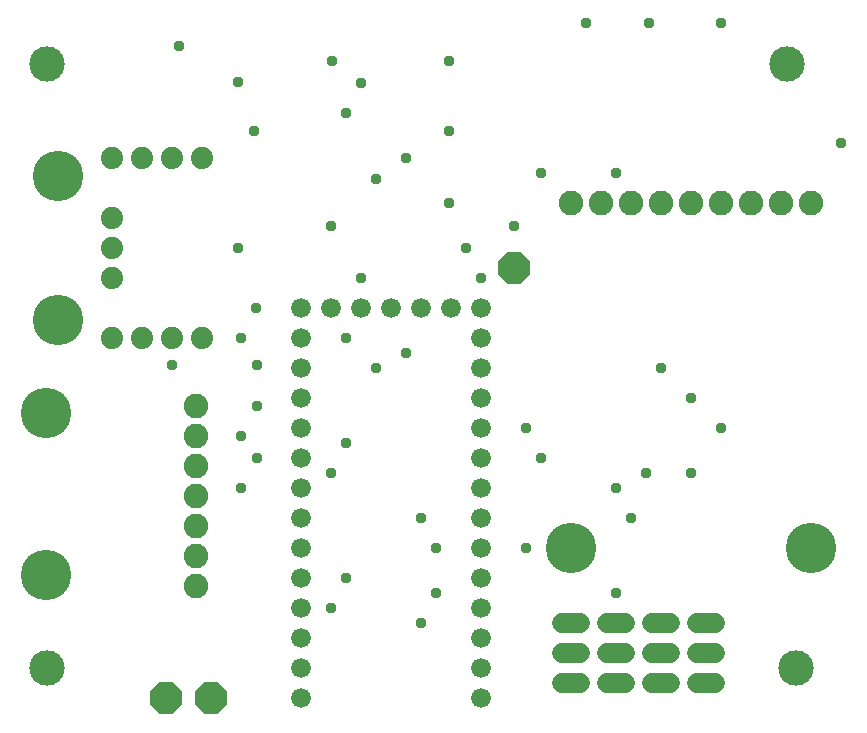
<source format=gbr>
G04 EAGLE Gerber RS-274X export*
G75*
%MOMM*%
%FSLAX34Y34*%
%LPD*%
%INSoldermask Bottom*%
%IPPOS*%
%AMOC8*
5,1,8,0,0,1.08239X$1,22.5*%
G01*
%ADD10C,3.003200*%
%ADD11C,1.727200*%
%ADD12P,2.969212X8X22.500000*%
%ADD13C,1.676400*%
%ADD14C,4.267200*%
%ADD15C,2.082800*%
%ADD16C,1.879600*%
%ADD17C,0.959600*%


D10*
X52070Y562102D03*
X685800Y50800D03*
X678180Y562102D03*
X52070Y50800D03*
D11*
X487680Y88900D02*
X502920Y88900D01*
X502920Y63500D02*
X487680Y63500D01*
X487680Y38100D02*
X502920Y38100D01*
X525780Y88900D02*
X541020Y88900D01*
X541020Y63500D02*
X525780Y63500D01*
X525780Y38100D02*
X541020Y38100D01*
X563880Y88900D02*
X579120Y88900D01*
X579120Y63500D02*
X563880Y63500D01*
X563880Y38100D02*
X579120Y38100D01*
D12*
X190500Y25400D03*
X152400Y25400D03*
D13*
X419100Y25400D03*
X419100Y50800D03*
X419100Y76200D03*
X419100Y101600D03*
X419100Y127000D03*
X419100Y152400D03*
X419100Y177800D03*
X419100Y203200D03*
X419100Y228600D03*
X419100Y254000D03*
X419100Y279400D03*
X419100Y304800D03*
X419100Y330200D03*
X419100Y355600D03*
X393700Y355600D03*
X368300Y355600D03*
X342900Y355600D03*
X317500Y355600D03*
X292100Y355600D03*
X266700Y355600D03*
X266700Y330200D03*
X266700Y304800D03*
X266700Y279400D03*
X266700Y254000D03*
X266700Y228600D03*
X266700Y203200D03*
X266700Y177800D03*
X266700Y152400D03*
X266700Y127000D03*
X266700Y101600D03*
X266700Y76200D03*
X266700Y50800D03*
X266700Y25400D03*
D14*
X50800Y129540D03*
X50800Y266700D03*
D15*
X177800Y120650D03*
X177800Y146050D03*
X177800Y171450D03*
X177800Y196850D03*
X177800Y222250D03*
X177800Y247650D03*
X177800Y273050D03*
D14*
X698500Y152400D03*
X495300Y152400D03*
D15*
X698500Y444500D03*
X673100Y444500D03*
X647700Y444500D03*
X622300Y444500D03*
X596900Y444500D03*
X571500Y444500D03*
X546100Y444500D03*
X520700Y444500D03*
X495300Y444500D03*
D14*
X60960Y467360D03*
X60960Y345440D03*
D16*
X106680Y482600D03*
X132080Y482600D03*
X157480Y482600D03*
X182880Y482600D03*
X182880Y330200D03*
X157480Y330200D03*
X132080Y330200D03*
X106680Y330200D03*
X106680Y431800D03*
X106680Y406400D03*
X106680Y381000D03*
D12*
X447040Y389890D03*
D11*
X601980Y88900D02*
X617220Y88900D01*
X617220Y63500D02*
X601980Y63500D01*
X601980Y38100D02*
X617220Y38100D01*
D17*
X293370Y565150D03*
X292100Y425450D03*
X392430Y444500D03*
X163830Y577850D03*
X508000Y596900D03*
X561340Y596900D03*
X622300Y596900D03*
X392430Y565150D03*
X392430Y505460D03*
X215900Y247650D03*
X215900Y203200D03*
X215900Y330200D03*
X229870Y273050D03*
X229870Y228600D03*
X157480Y307340D03*
X229870Y307340D03*
X447040Y425450D03*
X419100Y381000D03*
X317500Y381000D03*
X317500Y546100D03*
X228600Y355600D03*
X227330Y505460D03*
X304800Y330200D03*
X304800Y520700D03*
X355600Y482600D03*
X355600Y317500D03*
X330200Y464820D03*
X330200Y304800D03*
X368300Y88900D03*
X368300Y177800D03*
X533400Y114300D03*
X381000Y114300D03*
X381000Y152400D03*
X304800Y241300D03*
X304800Y127000D03*
X596900Y215900D03*
X558800Y215900D03*
X292100Y215900D03*
X292100Y101600D03*
X213360Y547370D03*
X213360Y406400D03*
X406400Y406400D03*
X469900Y228600D03*
X469900Y469900D03*
X533400Y469900D03*
X533400Y203200D03*
X546100Y177800D03*
X723900Y495300D03*
X596900Y279400D03*
X571500Y304800D03*
X622300Y254000D03*
X457200Y254000D03*
X457200Y152400D03*
M02*

</source>
